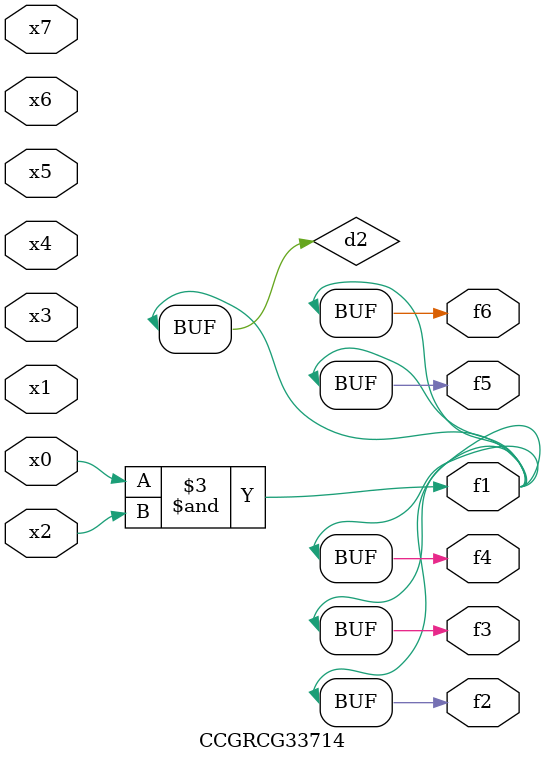
<source format=v>
module CCGRCG33714(
	input x0, x1, x2, x3, x4, x5, x6, x7,
	output f1, f2, f3, f4, f5, f6
);

	wire d1, d2;

	nor (d1, x3, x6);
	and (d2, x0, x2);
	assign f1 = d2;
	assign f2 = d2;
	assign f3 = d2;
	assign f4 = d2;
	assign f5 = d2;
	assign f6 = d2;
endmodule

</source>
